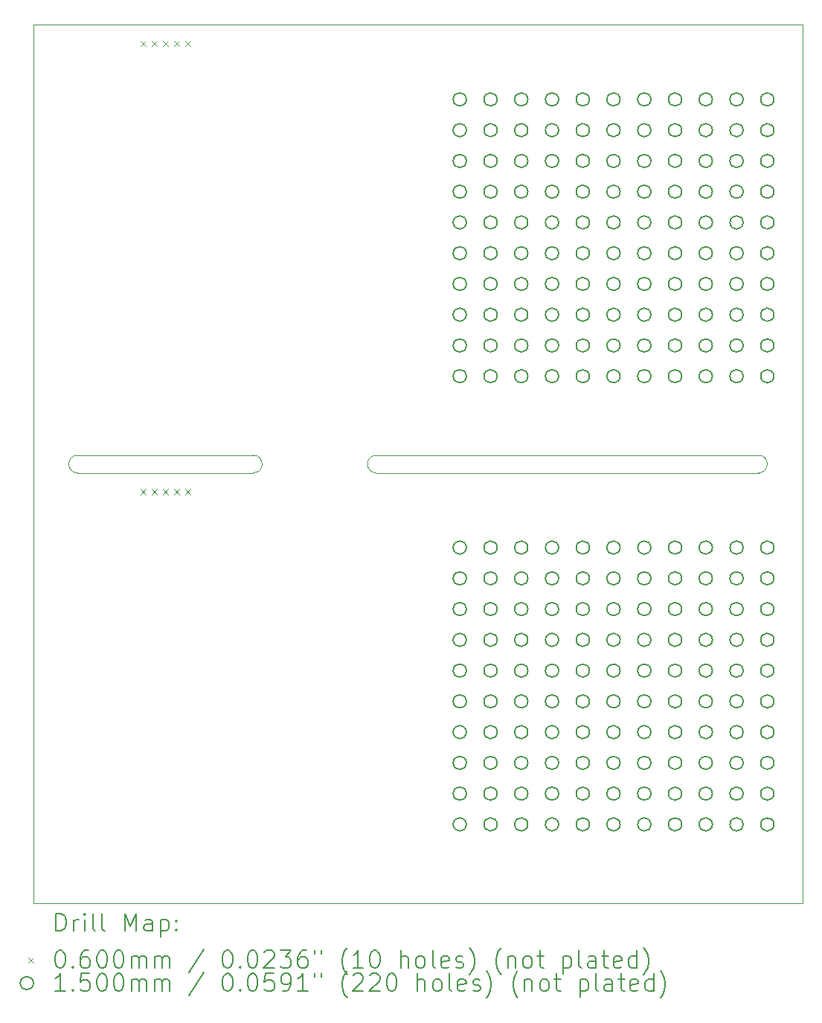
<source format=gbr>
%TF.GenerationSoftware,KiCad,Pcbnew,(6.0.9)*%
%TF.CreationDate,2023-02-03T02:11:28-05:00*%
%TF.ProjectId,businesscard_panel,62757369-6e65-4737-9363-6172645f7061,rev?*%
%TF.SameCoordinates,Original*%
%TF.FileFunction,Drillmap*%
%TF.FilePolarity,Positive*%
%FSLAX45Y45*%
G04 Gerber Fmt 4.5, Leading zero omitted, Abs format (unit mm)*
G04 Created by KiCad (PCBNEW (6.0.9)) date 2023-02-03 02:11:28*
%MOMM*%
%LPD*%
G01*
G04 APERTURE LIST*
%ADD10C,0.050000*%
%ADD11C,0.200000*%
%ADD12C,0.060000*%
%ADD13C,0.150000*%
G04 APERTURE END LIST*
D10*
X18750000Y-5000000D02*
X10000000Y-5000000D01*
X10000000Y-5000000D02*
X10000000Y-15000000D01*
X10000000Y-15000000D02*
X18750000Y-15000000D01*
X18750000Y-15000000D02*
X18750000Y-5000000D01*
X10500000Y-10100000D02*
X12500001Y-10100000D01*
X18250002Y-10100000D02*
G75*
G03*
X18250002Y-9900000I-2J100000D01*
G01*
X13900000Y-9900000D02*
G75*
G03*
X13900000Y-10100000I0J-100000D01*
G01*
X12500001Y-9900000D02*
X10500000Y-9900000D01*
X18250002Y-9900000D02*
X13900000Y-9900000D01*
X13900000Y-10100000D02*
X18250002Y-10100000D01*
X12500001Y-10100000D02*
G75*
G03*
X12500001Y-9900000I-1J100000D01*
G01*
X10500000Y-9900000D02*
G75*
G03*
X10500000Y-10100000I0J-100000D01*
G01*
D11*
D12*
X11216000Y-5185500D02*
X11276000Y-5245500D01*
X11276000Y-5185500D02*
X11216000Y-5245500D01*
X11216000Y-10285500D02*
X11276000Y-10345500D01*
X11276000Y-10285500D02*
X11216000Y-10345500D01*
X11343000Y-5185500D02*
X11403000Y-5245500D01*
X11403000Y-5185500D02*
X11343000Y-5245500D01*
X11343000Y-10285500D02*
X11403000Y-10345500D01*
X11403000Y-10285500D02*
X11343000Y-10345500D01*
X11470000Y-5185500D02*
X11530000Y-5245500D01*
X11530000Y-5185500D02*
X11470000Y-5245500D01*
X11470000Y-10285500D02*
X11530000Y-10345500D01*
X11530000Y-10285500D02*
X11470000Y-10345500D01*
X11597000Y-5185500D02*
X11657000Y-5245500D01*
X11657000Y-5185500D02*
X11597000Y-5245500D01*
X11597000Y-10285500D02*
X11657000Y-10345500D01*
X11657000Y-10285500D02*
X11597000Y-10345500D01*
X11724000Y-5185500D02*
X11784000Y-5245500D01*
X11784000Y-5185500D02*
X11724000Y-5245500D01*
X11724000Y-10285500D02*
X11784000Y-10345500D01*
X11784000Y-10285500D02*
X11724000Y-10345500D01*
D13*
X14925000Y-5850000D02*
G75*
G03*
X14925000Y-5850000I-75000J0D01*
G01*
X14925000Y-6200000D02*
G75*
G03*
X14925000Y-6200000I-75000J0D01*
G01*
X14925000Y-6550000D02*
G75*
G03*
X14925000Y-6550000I-75000J0D01*
G01*
X14925000Y-6900000D02*
G75*
G03*
X14925000Y-6900000I-75000J0D01*
G01*
X14925000Y-7250000D02*
G75*
G03*
X14925000Y-7250000I-75000J0D01*
G01*
X14925000Y-7600000D02*
G75*
G03*
X14925000Y-7600000I-75000J0D01*
G01*
X14925000Y-7950000D02*
G75*
G03*
X14925000Y-7950000I-75000J0D01*
G01*
X14925000Y-8300000D02*
G75*
G03*
X14925000Y-8300000I-75000J0D01*
G01*
X14925000Y-8650000D02*
G75*
G03*
X14925000Y-8650000I-75000J0D01*
G01*
X14925000Y-9000000D02*
G75*
G03*
X14925000Y-9000000I-75000J0D01*
G01*
X14925000Y-10950000D02*
G75*
G03*
X14925000Y-10950000I-75000J0D01*
G01*
X14925000Y-11300000D02*
G75*
G03*
X14925000Y-11300000I-75000J0D01*
G01*
X14925000Y-11650000D02*
G75*
G03*
X14925000Y-11650000I-75000J0D01*
G01*
X14925000Y-12000000D02*
G75*
G03*
X14925000Y-12000000I-75000J0D01*
G01*
X14925000Y-12350000D02*
G75*
G03*
X14925000Y-12350000I-75000J0D01*
G01*
X14925000Y-12700000D02*
G75*
G03*
X14925000Y-12700000I-75000J0D01*
G01*
X14925000Y-13050000D02*
G75*
G03*
X14925000Y-13050000I-75000J0D01*
G01*
X14925000Y-13400000D02*
G75*
G03*
X14925000Y-13400000I-75000J0D01*
G01*
X14925000Y-13750000D02*
G75*
G03*
X14925000Y-13750000I-75000J0D01*
G01*
X14925000Y-14100000D02*
G75*
G03*
X14925000Y-14100000I-75000J0D01*
G01*
X15275000Y-5850000D02*
G75*
G03*
X15275000Y-5850000I-75000J0D01*
G01*
X15275000Y-6200000D02*
G75*
G03*
X15275000Y-6200000I-75000J0D01*
G01*
X15275000Y-6550000D02*
G75*
G03*
X15275000Y-6550000I-75000J0D01*
G01*
X15275000Y-6900000D02*
G75*
G03*
X15275000Y-6900000I-75000J0D01*
G01*
X15275000Y-7250000D02*
G75*
G03*
X15275000Y-7250000I-75000J0D01*
G01*
X15275000Y-7600000D02*
G75*
G03*
X15275000Y-7600000I-75000J0D01*
G01*
X15275000Y-7950000D02*
G75*
G03*
X15275000Y-7950000I-75000J0D01*
G01*
X15275000Y-8300000D02*
G75*
G03*
X15275000Y-8300000I-75000J0D01*
G01*
X15275000Y-8650000D02*
G75*
G03*
X15275000Y-8650000I-75000J0D01*
G01*
X15275000Y-9000000D02*
G75*
G03*
X15275000Y-9000000I-75000J0D01*
G01*
X15275000Y-10950000D02*
G75*
G03*
X15275000Y-10950000I-75000J0D01*
G01*
X15275000Y-11300000D02*
G75*
G03*
X15275000Y-11300000I-75000J0D01*
G01*
X15275000Y-11650000D02*
G75*
G03*
X15275000Y-11650000I-75000J0D01*
G01*
X15275000Y-12000000D02*
G75*
G03*
X15275000Y-12000000I-75000J0D01*
G01*
X15275000Y-12350000D02*
G75*
G03*
X15275000Y-12350000I-75000J0D01*
G01*
X15275000Y-12700000D02*
G75*
G03*
X15275000Y-12700000I-75000J0D01*
G01*
X15275000Y-13050000D02*
G75*
G03*
X15275000Y-13050000I-75000J0D01*
G01*
X15275000Y-13400000D02*
G75*
G03*
X15275000Y-13400000I-75000J0D01*
G01*
X15275000Y-13750000D02*
G75*
G03*
X15275000Y-13750000I-75000J0D01*
G01*
X15275000Y-14100000D02*
G75*
G03*
X15275000Y-14100000I-75000J0D01*
G01*
X15625000Y-5850000D02*
G75*
G03*
X15625000Y-5850000I-75000J0D01*
G01*
X15625000Y-6200000D02*
G75*
G03*
X15625000Y-6200000I-75000J0D01*
G01*
X15625000Y-6550000D02*
G75*
G03*
X15625000Y-6550000I-75000J0D01*
G01*
X15625000Y-6900000D02*
G75*
G03*
X15625000Y-6900000I-75000J0D01*
G01*
X15625000Y-7250000D02*
G75*
G03*
X15625000Y-7250000I-75000J0D01*
G01*
X15625000Y-7600000D02*
G75*
G03*
X15625000Y-7600000I-75000J0D01*
G01*
X15625000Y-7950000D02*
G75*
G03*
X15625000Y-7950000I-75000J0D01*
G01*
X15625000Y-8300000D02*
G75*
G03*
X15625000Y-8300000I-75000J0D01*
G01*
X15625000Y-8650000D02*
G75*
G03*
X15625000Y-8650000I-75000J0D01*
G01*
X15625000Y-9000000D02*
G75*
G03*
X15625000Y-9000000I-75000J0D01*
G01*
X15625000Y-10950000D02*
G75*
G03*
X15625000Y-10950000I-75000J0D01*
G01*
X15625000Y-11300000D02*
G75*
G03*
X15625000Y-11300000I-75000J0D01*
G01*
X15625000Y-11650000D02*
G75*
G03*
X15625000Y-11650000I-75000J0D01*
G01*
X15625000Y-12000000D02*
G75*
G03*
X15625000Y-12000000I-75000J0D01*
G01*
X15625000Y-12350000D02*
G75*
G03*
X15625000Y-12350000I-75000J0D01*
G01*
X15625000Y-12700000D02*
G75*
G03*
X15625000Y-12700000I-75000J0D01*
G01*
X15625000Y-13050000D02*
G75*
G03*
X15625000Y-13050000I-75000J0D01*
G01*
X15625000Y-13400000D02*
G75*
G03*
X15625000Y-13400000I-75000J0D01*
G01*
X15625000Y-13750000D02*
G75*
G03*
X15625000Y-13750000I-75000J0D01*
G01*
X15625000Y-14100000D02*
G75*
G03*
X15625000Y-14100000I-75000J0D01*
G01*
X15975000Y-5850000D02*
G75*
G03*
X15975000Y-5850000I-75000J0D01*
G01*
X15975000Y-6200000D02*
G75*
G03*
X15975000Y-6200000I-75000J0D01*
G01*
X15975000Y-6550000D02*
G75*
G03*
X15975000Y-6550000I-75000J0D01*
G01*
X15975000Y-6900000D02*
G75*
G03*
X15975000Y-6900000I-75000J0D01*
G01*
X15975000Y-7250000D02*
G75*
G03*
X15975000Y-7250000I-75000J0D01*
G01*
X15975000Y-7600000D02*
G75*
G03*
X15975000Y-7600000I-75000J0D01*
G01*
X15975000Y-7950000D02*
G75*
G03*
X15975000Y-7950000I-75000J0D01*
G01*
X15975000Y-8300000D02*
G75*
G03*
X15975000Y-8300000I-75000J0D01*
G01*
X15975000Y-8650000D02*
G75*
G03*
X15975000Y-8650000I-75000J0D01*
G01*
X15975000Y-9000000D02*
G75*
G03*
X15975000Y-9000000I-75000J0D01*
G01*
X15975000Y-10950000D02*
G75*
G03*
X15975000Y-10950000I-75000J0D01*
G01*
X15975000Y-11300000D02*
G75*
G03*
X15975000Y-11300000I-75000J0D01*
G01*
X15975000Y-11650000D02*
G75*
G03*
X15975000Y-11650000I-75000J0D01*
G01*
X15975000Y-12000000D02*
G75*
G03*
X15975000Y-12000000I-75000J0D01*
G01*
X15975000Y-12350000D02*
G75*
G03*
X15975000Y-12350000I-75000J0D01*
G01*
X15975000Y-12700000D02*
G75*
G03*
X15975000Y-12700000I-75000J0D01*
G01*
X15975000Y-13050000D02*
G75*
G03*
X15975000Y-13050000I-75000J0D01*
G01*
X15975000Y-13400000D02*
G75*
G03*
X15975000Y-13400000I-75000J0D01*
G01*
X15975000Y-13750000D02*
G75*
G03*
X15975000Y-13750000I-75000J0D01*
G01*
X15975000Y-14100000D02*
G75*
G03*
X15975000Y-14100000I-75000J0D01*
G01*
X16325000Y-5850000D02*
G75*
G03*
X16325000Y-5850000I-75000J0D01*
G01*
X16325000Y-6200000D02*
G75*
G03*
X16325000Y-6200000I-75000J0D01*
G01*
X16325000Y-6550000D02*
G75*
G03*
X16325000Y-6550000I-75000J0D01*
G01*
X16325000Y-6900000D02*
G75*
G03*
X16325000Y-6900000I-75000J0D01*
G01*
X16325000Y-7250000D02*
G75*
G03*
X16325000Y-7250000I-75000J0D01*
G01*
X16325000Y-7600000D02*
G75*
G03*
X16325000Y-7600000I-75000J0D01*
G01*
X16325000Y-7950000D02*
G75*
G03*
X16325000Y-7950000I-75000J0D01*
G01*
X16325000Y-8300000D02*
G75*
G03*
X16325000Y-8300000I-75000J0D01*
G01*
X16325000Y-8650000D02*
G75*
G03*
X16325000Y-8650000I-75000J0D01*
G01*
X16325000Y-9000000D02*
G75*
G03*
X16325000Y-9000000I-75000J0D01*
G01*
X16325000Y-10950000D02*
G75*
G03*
X16325000Y-10950000I-75000J0D01*
G01*
X16325000Y-11300000D02*
G75*
G03*
X16325000Y-11300000I-75000J0D01*
G01*
X16325000Y-11650000D02*
G75*
G03*
X16325000Y-11650000I-75000J0D01*
G01*
X16325000Y-12000000D02*
G75*
G03*
X16325000Y-12000000I-75000J0D01*
G01*
X16325000Y-12350000D02*
G75*
G03*
X16325000Y-12350000I-75000J0D01*
G01*
X16325000Y-12700000D02*
G75*
G03*
X16325000Y-12700000I-75000J0D01*
G01*
X16325000Y-13050000D02*
G75*
G03*
X16325000Y-13050000I-75000J0D01*
G01*
X16325000Y-13400000D02*
G75*
G03*
X16325000Y-13400000I-75000J0D01*
G01*
X16325000Y-13750000D02*
G75*
G03*
X16325000Y-13750000I-75000J0D01*
G01*
X16325000Y-14100000D02*
G75*
G03*
X16325000Y-14100000I-75000J0D01*
G01*
X16675000Y-5850000D02*
G75*
G03*
X16675000Y-5850000I-75000J0D01*
G01*
X16675000Y-6200000D02*
G75*
G03*
X16675000Y-6200000I-75000J0D01*
G01*
X16675000Y-6550000D02*
G75*
G03*
X16675000Y-6550000I-75000J0D01*
G01*
X16675000Y-6900000D02*
G75*
G03*
X16675000Y-6900000I-75000J0D01*
G01*
X16675000Y-7250000D02*
G75*
G03*
X16675000Y-7250000I-75000J0D01*
G01*
X16675000Y-7600000D02*
G75*
G03*
X16675000Y-7600000I-75000J0D01*
G01*
X16675000Y-7950000D02*
G75*
G03*
X16675000Y-7950000I-75000J0D01*
G01*
X16675000Y-8300000D02*
G75*
G03*
X16675000Y-8300000I-75000J0D01*
G01*
X16675000Y-8650000D02*
G75*
G03*
X16675000Y-8650000I-75000J0D01*
G01*
X16675000Y-9000000D02*
G75*
G03*
X16675000Y-9000000I-75000J0D01*
G01*
X16675000Y-10950000D02*
G75*
G03*
X16675000Y-10950000I-75000J0D01*
G01*
X16675000Y-11300000D02*
G75*
G03*
X16675000Y-11300000I-75000J0D01*
G01*
X16675000Y-11650000D02*
G75*
G03*
X16675000Y-11650000I-75000J0D01*
G01*
X16675000Y-12000000D02*
G75*
G03*
X16675000Y-12000000I-75000J0D01*
G01*
X16675000Y-12350000D02*
G75*
G03*
X16675000Y-12350000I-75000J0D01*
G01*
X16675000Y-12700000D02*
G75*
G03*
X16675000Y-12700000I-75000J0D01*
G01*
X16675000Y-13050000D02*
G75*
G03*
X16675000Y-13050000I-75000J0D01*
G01*
X16675000Y-13400000D02*
G75*
G03*
X16675000Y-13400000I-75000J0D01*
G01*
X16675000Y-13750000D02*
G75*
G03*
X16675000Y-13750000I-75000J0D01*
G01*
X16675000Y-14100000D02*
G75*
G03*
X16675000Y-14100000I-75000J0D01*
G01*
X17025000Y-5850000D02*
G75*
G03*
X17025000Y-5850000I-75000J0D01*
G01*
X17025000Y-6200000D02*
G75*
G03*
X17025000Y-6200000I-75000J0D01*
G01*
X17025000Y-6550000D02*
G75*
G03*
X17025000Y-6550000I-75000J0D01*
G01*
X17025000Y-6900000D02*
G75*
G03*
X17025000Y-6900000I-75000J0D01*
G01*
X17025000Y-7250000D02*
G75*
G03*
X17025000Y-7250000I-75000J0D01*
G01*
X17025000Y-7600000D02*
G75*
G03*
X17025000Y-7600000I-75000J0D01*
G01*
X17025000Y-7950000D02*
G75*
G03*
X17025000Y-7950000I-75000J0D01*
G01*
X17025000Y-8300000D02*
G75*
G03*
X17025000Y-8300000I-75000J0D01*
G01*
X17025000Y-8650000D02*
G75*
G03*
X17025000Y-8650000I-75000J0D01*
G01*
X17025000Y-9000000D02*
G75*
G03*
X17025000Y-9000000I-75000J0D01*
G01*
X17025000Y-10950000D02*
G75*
G03*
X17025000Y-10950000I-75000J0D01*
G01*
X17025000Y-11300000D02*
G75*
G03*
X17025000Y-11300000I-75000J0D01*
G01*
X17025000Y-11650000D02*
G75*
G03*
X17025000Y-11650000I-75000J0D01*
G01*
X17025000Y-12000000D02*
G75*
G03*
X17025000Y-12000000I-75000J0D01*
G01*
X17025000Y-12350000D02*
G75*
G03*
X17025000Y-12350000I-75000J0D01*
G01*
X17025000Y-12700000D02*
G75*
G03*
X17025000Y-12700000I-75000J0D01*
G01*
X17025000Y-13050000D02*
G75*
G03*
X17025000Y-13050000I-75000J0D01*
G01*
X17025000Y-13400000D02*
G75*
G03*
X17025000Y-13400000I-75000J0D01*
G01*
X17025000Y-13750000D02*
G75*
G03*
X17025000Y-13750000I-75000J0D01*
G01*
X17025000Y-14100000D02*
G75*
G03*
X17025000Y-14100000I-75000J0D01*
G01*
X17375000Y-5850000D02*
G75*
G03*
X17375000Y-5850000I-75000J0D01*
G01*
X17375000Y-6200000D02*
G75*
G03*
X17375000Y-6200000I-75000J0D01*
G01*
X17375000Y-6550000D02*
G75*
G03*
X17375000Y-6550000I-75000J0D01*
G01*
X17375000Y-6900000D02*
G75*
G03*
X17375000Y-6900000I-75000J0D01*
G01*
X17375000Y-7250000D02*
G75*
G03*
X17375000Y-7250000I-75000J0D01*
G01*
X17375000Y-7600000D02*
G75*
G03*
X17375000Y-7600000I-75000J0D01*
G01*
X17375000Y-7950000D02*
G75*
G03*
X17375000Y-7950000I-75000J0D01*
G01*
X17375000Y-8300000D02*
G75*
G03*
X17375000Y-8300000I-75000J0D01*
G01*
X17375000Y-8650000D02*
G75*
G03*
X17375000Y-8650000I-75000J0D01*
G01*
X17375000Y-9000000D02*
G75*
G03*
X17375000Y-9000000I-75000J0D01*
G01*
X17375000Y-10950000D02*
G75*
G03*
X17375000Y-10950000I-75000J0D01*
G01*
X17375000Y-11300000D02*
G75*
G03*
X17375000Y-11300000I-75000J0D01*
G01*
X17375000Y-11650000D02*
G75*
G03*
X17375000Y-11650000I-75000J0D01*
G01*
X17375000Y-12000000D02*
G75*
G03*
X17375000Y-12000000I-75000J0D01*
G01*
X17375000Y-12350000D02*
G75*
G03*
X17375000Y-12350000I-75000J0D01*
G01*
X17375000Y-12700000D02*
G75*
G03*
X17375000Y-12700000I-75000J0D01*
G01*
X17375000Y-13050000D02*
G75*
G03*
X17375000Y-13050000I-75000J0D01*
G01*
X17375000Y-13400000D02*
G75*
G03*
X17375000Y-13400000I-75000J0D01*
G01*
X17375000Y-13750000D02*
G75*
G03*
X17375000Y-13750000I-75000J0D01*
G01*
X17375000Y-14100000D02*
G75*
G03*
X17375000Y-14100000I-75000J0D01*
G01*
X17725000Y-5850000D02*
G75*
G03*
X17725000Y-5850000I-75000J0D01*
G01*
X17725000Y-6200000D02*
G75*
G03*
X17725000Y-6200000I-75000J0D01*
G01*
X17725000Y-6550000D02*
G75*
G03*
X17725000Y-6550000I-75000J0D01*
G01*
X17725000Y-6900000D02*
G75*
G03*
X17725000Y-6900000I-75000J0D01*
G01*
X17725000Y-7250000D02*
G75*
G03*
X17725000Y-7250000I-75000J0D01*
G01*
X17725000Y-7600000D02*
G75*
G03*
X17725000Y-7600000I-75000J0D01*
G01*
X17725000Y-7950000D02*
G75*
G03*
X17725000Y-7950000I-75000J0D01*
G01*
X17725000Y-8300000D02*
G75*
G03*
X17725000Y-8300000I-75000J0D01*
G01*
X17725000Y-8650000D02*
G75*
G03*
X17725000Y-8650000I-75000J0D01*
G01*
X17725000Y-9000000D02*
G75*
G03*
X17725000Y-9000000I-75000J0D01*
G01*
X17725000Y-10950000D02*
G75*
G03*
X17725000Y-10950000I-75000J0D01*
G01*
X17725000Y-11300000D02*
G75*
G03*
X17725000Y-11300000I-75000J0D01*
G01*
X17725000Y-11650000D02*
G75*
G03*
X17725000Y-11650000I-75000J0D01*
G01*
X17725000Y-12000000D02*
G75*
G03*
X17725000Y-12000000I-75000J0D01*
G01*
X17725000Y-12350000D02*
G75*
G03*
X17725000Y-12350000I-75000J0D01*
G01*
X17725000Y-12700000D02*
G75*
G03*
X17725000Y-12700000I-75000J0D01*
G01*
X17725000Y-13050000D02*
G75*
G03*
X17725000Y-13050000I-75000J0D01*
G01*
X17725000Y-13400000D02*
G75*
G03*
X17725000Y-13400000I-75000J0D01*
G01*
X17725000Y-13750000D02*
G75*
G03*
X17725000Y-13750000I-75000J0D01*
G01*
X17725000Y-14100000D02*
G75*
G03*
X17725000Y-14100000I-75000J0D01*
G01*
X18075000Y-5850000D02*
G75*
G03*
X18075000Y-5850000I-75000J0D01*
G01*
X18075000Y-6200000D02*
G75*
G03*
X18075000Y-6200000I-75000J0D01*
G01*
X18075000Y-6550000D02*
G75*
G03*
X18075000Y-6550000I-75000J0D01*
G01*
X18075000Y-6900000D02*
G75*
G03*
X18075000Y-6900000I-75000J0D01*
G01*
X18075000Y-7250000D02*
G75*
G03*
X18075000Y-7250000I-75000J0D01*
G01*
X18075000Y-7600000D02*
G75*
G03*
X18075000Y-7600000I-75000J0D01*
G01*
X18075000Y-7950000D02*
G75*
G03*
X18075000Y-7950000I-75000J0D01*
G01*
X18075000Y-8300000D02*
G75*
G03*
X18075000Y-8300000I-75000J0D01*
G01*
X18075000Y-8650000D02*
G75*
G03*
X18075000Y-8650000I-75000J0D01*
G01*
X18075000Y-9000000D02*
G75*
G03*
X18075000Y-9000000I-75000J0D01*
G01*
X18075000Y-10950000D02*
G75*
G03*
X18075000Y-10950000I-75000J0D01*
G01*
X18075000Y-11300000D02*
G75*
G03*
X18075000Y-11300000I-75000J0D01*
G01*
X18075000Y-11650000D02*
G75*
G03*
X18075000Y-11650000I-75000J0D01*
G01*
X18075000Y-12000000D02*
G75*
G03*
X18075000Y-12000000I-75000J0D01*
G01*
X18075000Y-12350000D02*
G75*
G03*
X18075000Y-12350000I-75000J0D01*
G01*
X18075000Y-12700000D02*
G75*
G03*
X18075000Y-12700000I-75000J0D01*
G01*
X18075000Y-13050000D02*
G75*
G03*
X18075000Y-13050000I-75000J0D01*
G01*
X18075000Y-13400000D02*
G75*
G03*
X18075000Y-13400000I-75000J0D01*
G01*
X18075000Y-13750000D02*
G75*
G03*
X18075000Y-13750000I-75000J0D01*
G01*
X18075000Y-14100000D02*
G75*
G03*
X18075000Y-14100000I-75000J0D01*
G01*
X18425000Y-5850000D02*
G75*
G03*
X18425000Y-5850000I-75000J0D01*
G01*
X18425000Y-6200000D02*
G75*
G03*
X18425000Y-6200000I-75000J0D01*
G01*
X18425000Y-6550000D02*
G75*
G03*
X18425000Y-6550000I-75000J0D01*
G01*
X18425000Y-6900000D02*
G75*
G03*
X18425000Y-6900000I-75000J0D01*
G01*
X18425000Y-7250000D02*
G75*
G03*
X18425000Y-7250000I-75000J0D01*
G01*
X18425000Y-7600000D02*
G75*
G03*
X18425000Y-7600000I-75000J0D01*
G01*
X18425000Y-7950000D02*
G75*
G03*
X18425000Y-7950000I-75000J0D01*
G01*
X18425000Y-8300000D02*
G75*
G03*
X18425000Y-8300000I-75000J0D01*
G01*
X18425000Y-8650000D02*
G75*
G03*
X18425000Y-8650000I-75000J0D01*
G01*
X18425000Y-9000000D02*
G75*
G03*
X18425000Y-9000000I-75000J0D01*
G01*
X18425000Y-10950000D02*
G75*
G03*
X18425000Y-10950000I-75000J0D01*
G01*
X18425000Y-11300000D02*
G75*
G03*
X18425000Y-11300000I-75000J0D01*
G01*
X18425000Y-11650000D02*
G75*
G03*
X18425000Y-11650000I-75000J0D01*
G01*
X18425000Y-12000000D02*
G75*
G03*
X18425000Y-12000000I-75000J0D01*
G01*
X18425000Y-12350000D02*
G75*
G03*
X18425000Y-12350000I-75000J0D01*
G01*
X18425000Y-12700000D02*
G75*
G03*
X18425000Y-12700000I-75000J0D01*
G01*
X18425000Y-13050000D02*
G75*
G03*
X18425000Y-13050000I-75000J0D01*
G01*
X18425000Y-13400000D02*
G75*
G03*
X18425000Y-13400000I-75000J0D01*
G01*
X18425000Y-13750000D02*
G75*
G03*
X18425000Y-13750000I-75000J0D01*
G01*
X18425000Y-14100000D02*
G75*
G03*
X18425000Y-14100000I-75000J0D01*
G01*
D11*
X10255119Y-15312976D02*
X10255119Y-15112976D01*
X10302738Y-15112976D01*
X10331310Y-15122500D01*
X10350357Y-15141548D01*
X10359881Y-15160595D01*
X10369405Y-15198690D01*
X10369405Y-15227262D01*
X10359881Y-15265357D01*
X10350357Y-15284405D01*
X10331310Y-15303452D01*
X10302738Y-15312976D01*
X10255119Y-15312976D01*
X10455119Y-15312976D02*
X10455119Y-15179643D01*
X10455119Y-15217738D02*
X10464643Y-15198690D01*
X10474167Y-15189167D01*
X10493214Y-15179643D01*
X10512262Y-15179643D01*
X10578929Y-15312976D02*
X10578929Y-15179643D01*
X10578929Y-15112976D02*
X10569405Y-15122500D01*
X10578929Y-15132024D01*
X10588452Y-15122500D01*
X10578929Y-15112976D01*
X10578929Y-15132024D01*
X10702738Y-15312976D02*
X10683690Y-15303452D01*
X10674167Y-15284405D01*
X10674167Y-15112976D01*
X10807500Y-15312976D02*
X10788452Y-15303452D01*
X10778929Y-15284405D01*
X10778929Y-15112976D01*
X11036071Y-15312976D02*
X11036071Y-15112976D01*
X11102738Y-15255833D01*
X11169405Y-15112976D01*
X11169405Y-15312976D01*
X11350357Y-15312976D02*
X11350357Y-15208214D01*
X11340833Y-15189167D01*
X11321786Y-15179643D01*
X11283690Y-15179643D01*
X11264643Y-15189167D01*
X11350357Y-15303452D02*
X11331309Y-15312976D01*
X11283690Y-15312976D01*
X11264643Y-15303452D01*
X11255119Y-15284405D01*
X11255119Y-15265357D01*
X11264643Y-15246309D01*
X11283690Y-15236786D01*
X11331309Y-15236786D01*
X11350357Y-15227262D01*
X11445595Y-15179643D02*
X11445595Y-15379643D01*
X11445595Y-15189167D02*
X11464643Y-15179643D01*
X11502738Y-15179643D01*
X11521786Y-15189167D01*
X11531309Y-15198690D01*
X11540833Y-15217738D01*
X11540833Y-15274881D01*
X11531309Y-15293928D01*
X11521786Y-15303452D01*
X11502738Y-15312976D01*
X11464643Y-15312976D01*
X11445595Y-15303452D01*
X11626548Y-15293928D02*
X11636071Y-15303452D01*
X11626548Y-15312976D01*
X11617024Y-15303452D01*
X11626548Y-15293928D01*
X11626548Y-15312976D01*
X11626548Y-15189167D02*
X11636071Y-15198690D01*
X11626548Y-15208214D01*
X11617024Y-15198690D01*
X11626548Y-15189167D01*
X11626548Y-15208214D01*
D12*
X9937500Y-15612500D02*
X9997500Y-15672500D01*
X9997500Y-15612500D02*
X9937500Y-15672500D01*
D11*
X10293214Y-15532976D02*
X10312262Y-15532976D01*
X10331310Y-15542500D01*
X10340833Y-15552024D01*
X10350357Y-15571071D01*
X10359881Y-15609167D01*
X10359881Y-15656786D01*
X10350357Y-15694881D01*
X10340833Y-15713928D01*
X10331310Y-15723452D01*
X10312262Y-15732976D01*
X10293214Y-15732976D01*
X10274167Y-15723452D01*
X10264643Y-15713928D01*
X10255119Y-15694881D01*
X10245595Y-15656786D01*
X10245595Y-15609167D01*
X10255119Y-15571071D01*
X10264643Y-15552024D01*
X10274167Y-15542500D01*
X10293214Y-15532976D01*
X10445595Y-15713928D02*
X10455119Y-15723452D01*
X10445595Y-15732976D01*
X10436071Y-15723452D01*
X10445595Y-15713928D01*
X10445595Y-15732976D01*
X10626548Y-15532976D02*
X10588452Y-15532976D01*
X10569405Y-15542500D01*
X10559881Y-15552024D01*
X10540833Y-15580595D01*
X10531310Y-15618690D01*
X10531310Y-15694881D01*
X10540833Y-15713928D01*
X10550357Y-15723452D01*
X10569405Y-15732976D01*
X10607500Y-15732976D01*
X10626548Y-15723452D01*
X10636071Y-15713928D01*
X10645595Y-15694881D01*
X10645595Y-15647262D01*
X10636071Y-15628214D01*
X10626548Y-15618690D01*
X10607500Y-15609167D01*
X10569405Y-15609167D01*
X10550357Y-15618690D01*
X10540833Y-15628214D01*
X10531310Y-15647262D01*
X10769405Y-15532976D02*
X10788452Y-15532976D01*
X10807500Y-15542500D01*
X10817024Y-15552024D01*
X10826548Y-15571071D01*
X10836071Y-15609167D01*
X10836071Y-15656786D01*
X10826548Y-15694881D01*
X10817024Y-15713928D01*
X10807500Y-15723452D01*
X10788452Y-15732976D01*
X10769405Y-15732976D01*
X10750357Y-15723452D01*
X10740833Y-15713928D01*
X10731310Y-15694881D01*
X10721786Y-15656786D01*
X10721786Y-15609167D01*
X10731310Y-15571071D01*
X10740833Y-15552024D01*
X10750357Y-15542500D01*
X10769405Y-15532976D01*
X10959881Y-15532976D02*
X10978929Y-15532976D01*
X10997976Y-15542500D01*
X11007500Y-15552024D01*
X11017024Y-15571071D01*
X11026548Y-15609167D01*
X11026548Y-15656786D01*
X11017024Y-15694881D01*
X11007500Y-15713928D01*
X10997976Y-15723452D01*
X10978929Y-15732976D01*
X10959881Y-15732976D01*
X10940833Y-15723452D01*
X10931310Y-15713928D01*
X10921786Y-15694881D01*
X10912262Y-15656786D01*
X10912262Y-15609167D01*
X10921786Y-15571071D01*
X10931310Y-15552024D01*
X10940833Y-15542500D01*
X10959881Y-15532976D01*
X11112262Y-15732976D02*
X11112262Y-15599643D01*
X11112262Y-15618690D02*
X11121786Y-15609167D01*
X11140833Y-15599643D01*
X11169405Y-15599643D01*
X11188452Y-15609167D01*
X11197976Y-15628214D01*
X11197976Y-15732976D01*
X11197976Y-15628214D02*
X11207500Y-15609167D01*
X11226548Y-15599643D01*
X11255119Y-15599643D01*
X11274167Y-15609167D01*
X11283690Y-15628214D01*
X11283690Y-15732976D01*
X11378928Y-15732976D02*
X11378928Y-15599643D01*
X11378928Y-15618690D02*
X11388452Y-15609167D01*
X11407500Y-15599643D01*
X11436071Y-15599643D01*
X11455119Y-15609167D01*
X11464643Y-15628214D01*
X11464643Y-15732976D01*
X11464643Y-15628214D02*
X11474167Y-15609167D01*
X11493214Y-15599643D01*
X11521786Y-15599643D01*
X11540833Y-15609167D01*
X11550357Y-15628214D01*
X11550357Y-15732976D01*
X11940833Y-15523452D02*
X11769405Y-15780595D01*
X12197976Y-15532976D02*
X12217024Y-15532976D01*
X12236071Y-15542500D01*
X12245595Y-15552024D01*
X12255119Y-15571071D01*
X12264643Y-15609167D01*
X12264643Y-15656786D01*
X12255119Y-15694881D01*
X12245595Y-15713928D01*
X12236071Y-15723452D01*
X12217024Y-15732976D01*
X12197976Y-15732976D01*
X12178928Y-15723452D01*
X12169405Y-15713928D01*
X12159881Y-15694881D01*
X12150357Y-15656786D01*
X12150357Y-15609167D01*
X12159881Y-15571071D01*
X12169405Y-15552024D01*
X12178928Y-15542500D01*
X12197976Y-15532976D01*
X12350357Y-15713928D02*
X12359881Y-15723452D01*
X12350357Y-15732976D01*
X12340833Y-15723452D01*
X12350357Y-15713928D01*
X12350357Y-15732976D01*
X12483690Y-15532976D02*
X12502738Y-15532976D01*
X12521786Y-15542500D01*
X12531309Y-15552024D01*
X12540833Y-15571071D01*
X12550357Y-15609167D01*
X12550357Y-15656786D01*
X12540833Y-15694881D01*
X12531309Y-15713928D01*
X12521786Y-15723452D01*
X12502738Y-15732976D01*
X12483690Y-15732976D01*
X12464643Y-15723452D01*
X12455119Y-15713928D01*
X12445595Y-15694881D01*
X12436071Y-15656786D01*
X12436071Y-15609167D01*
X12445595Y-15571071D01*
X12455119Y-15552024D01*
X12464643Y-15542500D01*
X12483690Y-15532976D01*
X12626548Y-15552024D02*
X12636071Y-15542500D01*
X12655119Y-15532976D01*
X12702738Y-15532976D01*
X12721786Y-15542500D01*
X12731309Y-15552024D01*
X12740833Y-15571071D01*
X12740833Y-15590119D01*
X12731309Y-15618690D01*
X12617024Y-15732976D01*
X12740833Y-15732976D01*
X12807500Y-15532976D02*
X12931309Y-15532976D01*
X12864643Y-15609167D01*
X12893214Y-15609167D01*
X12912262Y-15618690D01*
X12921786Y-15628214D01*
X12931309Y-15647262D01*
X12931309Y-15694881D01*
X12921786Y-15713928D01*
X12912262Y-15723452D01*
X12893214Y-15732976D01*
X12836071Y-15732976D01*
X12817024Y-15723452D01*
X12807500Y-15713928D01*
X13102738Y-15532976D02*
X13064643Y-15532976D01*
X13045595Y-15542500D01*
X13036071Y-15552024D01*
X13017024Y-15580595D01*
X13007500Y-15618690D01*
X13007500Y-15694881D01*
X13017024Y-15713928D01*
X13026548Y-15723452D01*
X13045595Y-15732976D01*
X13083690Y-15732976D01*
X13102738Y-15723452D01*
X13112262Y-15713928D01*
X13121786Y-15694881D01*
X13121786Y-15647262D01*
X13112262Y-15628214D01*
X13102738Y-15618690D01*
X13083690Y-15609167D01*
X13045595Y-15609167D01*
X13026548Y-15618690D01*
X13017024Y-15628214D01*
X13007500Y-15647262D01*
X13197976Y-15532976D02*
X13197976Y-15571071D01*
X13274167Y-15532976D02*
X13274167Y-15571071D01*
X13569405Y-15809167D02*
X13559881Y-15799643D01*
X13540833Y-15771071D01*
X13531309Y-15752024D01*
X13521786Y-15723452D01*
X13512262Y-15675833D01*
X13512262Y-15637738D01*
X13521786Y-15590119D01*
X13531309Y-15561548D01*
X13540833Y-15542500D01*
X13559881Y-15513928D01*
X13569405Y-15504405D01*
X13750357Y-15732976D02*
X13636071Y-15732976D01*
X13693214Y-15732976D02*
X13693214Y-15532976D01*
X13674167Y-15561548D01*
X13655119Y-15580595D01*
X13636071Y-15590119D01*
X13874167Y-15532976D02*
X13893214Y-15532976D01*
X13912262Y-15542500D01*
X13921786Y-15552024D01*
X13931309Y-15571071D01*
X13940833Y-15609167D01*
X13940833Y-15656786D01*
X13931309Y-15694881D01*
X13921786Y-15713928D01*
X13912262Y-15723452D01*
X13893214Y-15732976D01*
X13874167Y-15732976D01*
X13855119Y-15723452D01*
X13845595Y-15713928D01*
X13836071Y-15694881D01*
X13826548Y-15656786D01*
X13826548Y-15609167D01*
X13836071Y-15571071D01*
X13845595Y-15552024D01*
X13855119Y-15542500D01*
X13874167Y-15532976D01*
X14178928Y-15732976D02*
X14178928Y-15532976D01*
X14264643Y-15732976D02*
X14264643Y-15628214D01*
X14255119Y-15609167D01*
X14236071Y-15599643D01*
X14207500Y-15599643D01*
X14188452Y-15609167D01*
X14178928Y-15618690D01*
X14388452Y-15732976D02*
X14369405Y-15723452D01*
X14359881Y-15713928D01*
X14350357Y-15694881D01*
X14350357Y-15637738D01*
X14359881Y-15618690D01*
X14369405Y-15609167D01*
X14388452Y-15599643D01*
X14417024Y-15599643D01*
X14436071Y-15609167D01*
X14445595Y-15618690D01*
X14455119Y-15637738D01*
X14455119Y-15694881D01*
X14445595Y-15713928D01*
X14436071Y-15723452D01*
X14417024Y-15732976D01*
X14388452Y-15732976D01*
X14569405Y-15732976D02*
X14550357Y-15723452D01*
X14540833Y-15704405D01*
X14540833Y-15532976D01*
X14721786Y-15723452D02*
X14702738Y-15732976D01*
X14664643Y-15732976D01*
X14645595Y-15723452D01*
X14636071Y-15704405D01*
X14636071Y-15628214D01*
X14645595Y-15609167D01*
X14664643Y-15599643D01*
X14702738Y-15599643D01*
X14721786Y-15609167D01*
X14731309Y-15628214D01*
X14731309Y-15647262D01*
X14636071Y-15666309D01*
X14807500Y-15723452D02*
X14826548Y-15732976D01*
X14864643Y-15732976D01*
X14883690Y-15723452D01*
X14893214Y-15704405D01*
X14893214Y-15694881D01*
X14883690Y-15675833D01*
X14864643Y-15666309D01*
X14836071Y-15666309D01*
X14817024Y-15656786D01*
X14807500Y-15637738D01*
X14807500Y-15628214D01*
X14817024Y-15609167D01*
X14836071Y-15599643D01*
X14864643Y-15599643D01*
X14883690Y-15609167D01*
X14959881Y-15809167D02*
X14969405Y-15799643D01*
X14988452Y-15771071D01*
X14997976Y-15752024D01*
X15007500Y-15723452D01*
X15017024Y-15675833D01*
X15017024Y-15637738D01*
X15007500Y-15590119D01*
X14997976Y-15561548D01*
X14988452Y-15542500D01*
X14969405Y-15513928D01*
X14959881Y-15504405D01*
X15321786Y-15809167D02*
X15312262Y-15799643D01*
X15293214Y-15771071D01*
X15283690Y-15752024D01*
X15274167Y-15723452D01*
X15264643Y-15675833D01*
X15264643Y-15637738D01*
X15274167Y-15590119D01*
X15283690Y-15561548D01*
X15293214Y-15542500D01*
X15312262Y-15513928D01*
X15321786Y-15504405D01*
X15397976Y-15599643D02*
X15397976Y-15732976D01*
X15397976Y-15618690D02*
X15407500Y-15609167D01*
X15426548Y-15599643D01*
X15455119Y-15599643D01*
X15474167Y-15609167D01*
X15483690Y-15628214D01*
X15483690Y-15732976D01*
X15607500Y-15732976D02*
X15588452Y-15723452D01*
X15578928Y-15713928D01*
X15569405Y-15694881D01*
X15569405Y-15637738D01*
X15578928Y-15618690D01*
X15588452Y-15609167D01*
X15607500Y-15599643D01*
X15636071Y-15599643D01*
X15655119Y-15609167D01*
X15664643Y-15618690D01*
X15674167Y-15637738D01*
X15674167Y-15694881D01*
X15664643Y-15713928D01*
X15655119Y-15723452D01*
X15636071Y-15732976D01*
X15607500Y-15732976D01*
X15731309Y-15599643D02*
X15807500Y-15599643D01*
X15759881Y-15532976D02*
X15759881Y-15704405D01*
X15769405Y-15723452D01*
X15788452Y-15732976D01*
X15807500Y-15732976D01*
X16026548Y-15599643D02*
X16026548Y-15799643D01*
X16026548Y-15609167D02*
X16045595Y-15599643D01*
X16083690Y-15599643D01*
X16102738Y-15609167D01*
X16112262Y-15618690D01*
X16121786Y-15637738D01*
X16121786Y-15694881D01*
X16112262Y-15713928D01*
X16102738Y-15723452D01*
X16083690Y-15732976D01*
X16045595Y-15732976D01*
X16026548Y-15723452D01*
X16236071Y-15732976D02*
X16217024Y-15723452D01*
X16207500Y-15704405D01*
X16207500Y-15532976D01*
X16397976Y-15732976D02*
X16397976Y-15628214D01*
X16388452Y-15609167D01*
X16369405Y-15599643D01*
X16331309Y-15599643D01*
X16312262Y-15609167D01*
X16397976Y-15723452D02*
X16378928Y-15732976D01*
X16331309Y-15732976D01*
X16312262Y-15723452D01*
X16302738Y-15704405D01*
X16302738Y-15685357D01*
X16312262Y-15666309D01*
X16331309Y-15656786D01*
X16378928Y-15656786D01*
X16397976Y-15647262D01*
X16464643Y-15599643D02*
X16540833Y-15599643D01*
X16493214Y-15532976D02*
X16493214Y-15704405D01*
X16502738Y-15723452D01*
X16521786Y-15732976D01*
X16540833Y-15732976D01*
X16683690Y-15723452D02*
X16664643Y-15732976D01*
X16626548Y-15732976D01*
X16607500Y-15723452D01*
X16597976Y-15704405D01*
X16597976Y-15628214D01*
X16607500Y-15609167D01*
X16626548Y-15599643D01*
X16664643Y-15599643D01*
X16683690Y-15609167D01*
X16693214Y-15628214D01*
X16693214Y-15647262D01*
X16597976Y-15666309D01*
X16864643Y-15732976D02*
X16864643Y-15532976D01*
X16864643Y-15723452D02*
X16845595Y-15732976D01*
X16807500Y-15732976D01*
X16788452Y-15723452D01*
X16778929Y-15713928D01*
X16769405Y-15694881D01*
X16769405Y-15637738D01*
X16778929Y-15618690D01*
X16788452Y-15609167D01*
X16807500Y-15599643D01*
X16845595Y-15599643D01*
X16864643Y-15609167D01*
X16940833Y-15809167D02*
X16950357Y-15799643D01*
X16969405Y-15771071D01*
X16978929Y-15752024D01*
X16988452Y-15723452D01*
X16997976Y-15675833D01*
X16997976Y-15637738D01*
X16988452Y-15590119D01*
X16978929Y-15561548D01*
X16969405Y-15542500D01*
X16950357Y-15513928D01*
X16940833Y-15504405D01*
D13*
X9997500Y-15906500D02*
G75*
G03*
X9997500Y-15906500I-75000J0D01*
G01*
D11*
X10359881Y-15996976D02*
X10245595Y-15996976D01*
X10302738Y-15996976D02*
X10302738Y-15796976D01*
X10283690Y-15825548D01*
X10264643Y-15844595D01*
X10245595Y-15854119D01*
X10445595Y-15977928D02*
X10455119Y-15987452D01*
X10445595Y-15996976D01*
X10436071Y-15987452D01*
X10445595Y-15977928D01*
X10445595Y-15996976D01*
X10636071Y-15796976D02*
X10540833Y-15796976D01*
X10531310Y-15892214D01*
X10540833Y-15882690D01*
X10559881Y-15873167D01*
X10607500Y-15873167D01*
X10626548Y-15882690D01*
X10636071Y-15892214D01*
X10645595Y-15911262D01*
X10645595Y-15958881D01*
X10636071Y-15977928D01*
X10626548Y-15987452D01*
X10607500Y-15996976D01*
X10559881Y-15996976D01*
X10540833Y-15987452D01*
X10531310Y-15977928D01*
X10769405Y-15796976D02*
X10788452Y-15796976D01*
X10807500Y-15806500D01*
X10817024Y-15816024D01*
X10826548Y-15835071D01*
X10836071Y-15873167D01*
X10836071Y-15920786D01*
X10826548Y-15958881D01*
X10817024Y-15977928D01*
X10807500Y-15987452D01*
X10788452Y-15996976D01*
X10769405Y-15996976D01*
X10750357Y-15987452D01*
X10740833Y-15977928D01*
X10731310Y-15958881D01*
X10721786Y-15920786D01*
X10721786Y-15873167D01*
X10731310Y-15835071D01*
X10740833Y-15816024D01*
X10750357Y-15806500D01*
X10769405Y-15796976D01*
X10959881Y-15796976D02*
X10978929Y-15796976D01*
X10997976Y-15806500D01*
X11007500Y-15816024D01*
X11017024Y-15835071D01*
X11026548Y-15873167D01*
X11026548Y-15920786D01*
X11017024Y-15958881D01*
X11007500Y-15977928D01*
X10997976Y-15987452D01*
X10978929Y-15996976D01*
X10959881Y-15996976D01*
X10940833Y-15987452D01*
X10931310Y-15977928D01*
X10921786Y-15958881D01*
X10912262Y-15920786D01*
X10912262Y-15873167D01*
X10921786Y-15835071D01*
X10931310Y-15816024D01*
X10940833Y-15806500D01*
X10959881Y-15796976D01*
X11112262Y-15996976D02*
X11112262Y-15863643D01*
X11112262Y-15882690D02*
X11121786Y-15873167D01*
X11140833Y-15863643D01*
X11169405Y-15863643D01*
X11188452Y-15873167D01*
X11197976Y-15892214D01*
X11197976Y-15996976D01*
X11197976Y-15892214D02*
X11207500Y-15873167D01*
X11226548Y-15863643D01*
X11255119Y-15863643D01*
X11274167Y-15873167D01*
X11283690Y-15892214D01*
X11283690Y-15996976D01*
X11378928Y-15996976D02*
X11378928Y-15863643D01*
X11378928Y-15882690D02*
X11388452Y-15873167D01*
X11407500Y-15863643D01*
X11436071Y-15863643D01*
X11455119Y-15873167D01*
X11464643Y-15892214D01*
X11464643Y-15996976D01*
X11464643Y-15892214D02*
X11474167Y-15873167D01*
X11493214Y-15863643D01*
X11521786Y-15863643D01*
X11540833Y-15873167D01*
X11550357Y-15892214D01*
X11550357Y-15996976D01*
X11940833Y-15787452D02*
X11769405Y-16044595D01*
X12197976Y-15796976D02*
X12217024Y-15796976D01*
X12236071Y-15806500D01*
X12245595Y-15816024D01*
X12255119Y-15835071D01*
X12264643Y-15873167D01*
X12264643Y-15920786D01*
X12255119Y-15958881D01*
X12245595Y-15977928D01*
X12236071Y-15987452D01*
X12217024Y-15996976D01*
X12197976Y-15996976D01*
X12178928Y-15987452D01*
X12169405Y-15977928D01*
X12159881Y-15958881D01*
X12150357Y-15920786D01*
X12150357Y-15873167D01*
X12159881Y-15835071D01*
X12169405Y-15816024D01*
X12178928Y-15806500D01*
X12197976Y-15796976D01*
X12350357Y-15977928D02*
X12359881Y-15987452D01*
X12350357Y-15996976D01*
X12340833Y-15987452D01*
X12350357Y-15977928D01*
X12350357Y-15996976D01*
X12483690Y-15796976D02*
X12502738Y-15796976D01*
X12521786Y-15806500D01*
X12531309Y-15816024D01*
X12540833Y-15835071D01*
X12550357Y-15873167D01*
X12550357Y-15920786D01*
X12540833Y-15958881D01*
X12531309Y-15977928D01*
X12521786Y-15987452D01*
X12502738Y-15996976D01*
X12483690Y-15996976D01*
X12464643Y-15987452D01*
X12455119Y-15977928D01*
X12445595Y-15958881D01*
X12436071Y-15920786D01*
X12436071Y-15873167D01*
X12445595Y-15835071D01*
X12455119Y-15816024D01*
X12464643Y-15806500D01*
X12483690Y-15796976D01*
X12731309Y-15796976D02*
X12636071Y-15796976D01*
X12626548Y-15892214D01*
X12636071Y-15882690D01*
X12655119Y-15873167D01*
X12702738Y-15873167D01*
X12721786Y-15882690D01*
X12731309Y-15892214D01*
X12740833Y-15911262D01*
X12740833Y-15958881D01*
X12731309Y-15977928D01*
X12721786Y-15987452D01*
X12702738Y-15996976D01*
X12655119Y-15996976D01*
X12636071Y-15987452D01*
X12626548Y-15977928D01*
X12836071Y-15996976D02*
X12874167Y-15996976D01*
X12893214Y-15987452D01*
X12902738Y-15977928D01*
X12921786Y-15949357D01*
X12931309Y-15911262D01*
X12931309Y-15835071D01*
X12921786Y-15816024D01*
X12912262Y-15806500D01*
X12893214Y-15796976D01*
X12855119Y-15796976D01*
X12836071Y-15806500D01*
X12826548Y-15816024D01*
X12817024Y-15835071D01*
X12817024Y-15882690D01*
X12826548Y-15901738D01*
X12836071Y-15911262D01*
X12855119Y-15920786D01*
X12893214Y-15920786D01*
X12912262Y-15911262D01*
X12921786Y-15901738D01*
X12931309Y-15882690D01*
X13121786Y-15996976D02*
X13007500Y-15996976D01*
X13064643Y-15996976D02*
X13064643Y-15796976D01*
X13045595Y-15825548D01*
X13026548Y-15844595D01*
X13007500Y-15854119D01*
X13197976Y-15796976D02*
X13197976Y-15835071D01*
X13274167Y-15796976D02*
X13274167Y-15835071D01*
X13569405Y-16073167D02*
X13559881Y-16063643D01*
X13540833Y-16035071D01*
X13531309Y-16016024D01*
X13521786Y-15987452D01*
X13512262Y-15939833D01*
X13512262Y-15901738D01*
X13521786Y-15854119D01*
X13531309Y-15825548D01*
X13540833Y-15806500D01*
X13559881Y-15777928D01*
X13569405Y-15768405D01*
X13636071Y-15816024D02*
X13645595Y-15806500D01*
X13664643Y-15796976D01*
X13712262Y-15796976D01*
X13731309Y-15806500D01*
X13740833Y-15816024D01*
X13750357Y-15835071D01*
X13750357Y-15854119D01*
X13740833Y-15882690D01*
X13626548Y-15996976D01*
X13750357Y-15996976D01*
X13826548Y-15816024D02*
X13836071Y-15806500D01*
X13855119Y-15796976D01*
X13902738Y-15796976D01*
X13921786Y-15806500D01*
X13931309Y-15816024D01*
X13940833Y-15835071D01*
X13940833Y-15854119D01*
X13931309Y-15882690D01*
X13817024Y-15996976D01*
X13940833Y-15996976D01*
X14064643Y-15796976D02*
X14083690Y-15796976D01*
X14102738Y-15806500D01*
X14112262Y-15816024D01*
X14121786Y-15835071D01*
X14131309Y-15873167D01*
X14131309Y-15920786D01*
X14121786Y-15958881D01*
X14112262Y-15977928D01*
X14102738Y-15987452D01*
X14083690Y-15996976D01*
X14064643Y-15996976D01*
X14045595Y-15987452D01*
X14036071Y-15977928D01*
X14026548Y-15958881D01*
X14017024Y-15920786D01*
X14017024Y-15873167D01*
X14026548Y-15835071D01*
X14036071Y-15816024D01*
X14045595Y-15806500D01*
X14064643Y-15796976D01*
X14369405Y-15996976D02*
X14369405Y-15796976D01*
X14455119Y-15996976D02*
X14455119Y-15892214D01*
X14445595Y-15873167D01*
X14426548Y-15863643D01*
X14397976Y-15863643D01*
X14378928Y-15873167D01*
X14369405Y-15882690D01*
X14578928Y-15996976D02*
X14559881Y-15987452D01*
X14550357Y-15977928D01*
X14540833Y-15958881D01*
X14540833Y-15901738D01*
X14550357Y-15882690D01*
X14559881Y-15873167D01*
X14578928Y-15863643D01*
X14607500Y-15863643D01*
X14626548Y-15873167D01*
X14636071Y-15882690D01*
X14645595Y-15901738D01*
X14645595Y-15958881D01*
X14636071Y-15977928D01*
X14626548Y-15987452D01*
X14607500Y-15996976D01*
X14578928Y-15996976D01*
X14759881Y-15996976D02*
X14740833Y-15987452D01*
X14731309Y-15968405D01*
X14731309Y-15796976D01*
X14912262Y-15987452D02*
X14893214Y-15996976D01*
X14855119Y-15996976D01*
X14836071Y-15987452D01*
X14826548Y-15968405D01*
X14826548Y-15892214D01*
X14836071Y-15873167D01*
X14855119Y-15863643D01*
X14893214Y-15863643D01*
X14912262Y-15873167D01*
X14921786Y-15892214D01*
X14921786Y-15911262D01*
X14826548Y-15930309D01*
X14997976Y-15987452D02*
X15017024Y-15996976D01*
X15055119Y-15996976D01*
X15074167Y-15987452D01*
X15083690Y-15968405D01*
X15083690Y-15958881D01*
X15074167Y-15939833D01*
X15055119Y-15930309D01*
X15026548Y-15930309D01*
X15007500Y-15920786D01*
X14997976Y-15901738D01*
X14997976Y-15892214D01*
X15007500Y-15873167D01*
X15026548Y-15863643D01*
X15055119Y-15863643D01*
X15074167Y-15873167D01*
X15150357Y-16073167D02*
X15159881Y-16063643D01*
X15178928Y-16035071D01*
X15188452Y-16016024D01*
X15197976Y-15987452D01*
X15207500Y-15939833D01*
X15207500Y-15901738D01*
X15197976Y-15854119D01*
X15188452Y-15825548D01*
X15178928Y-15806500D01*
X15159881Y-15777928D01*
X15150357Y-15768405D01*
X15512262Y-16073167D02*
X15502738Y-16063643D01*
X15483690Y-16035071D01*
X15474167Y-16016024D01*
X15464643Y-15987452D01*
X15455119Y-15939833D01*
X15455119Y-15901738D01*
X15464643Y-15854119D01*
X15474167Y-15825548D01*
X15483690Y-15806500D01*
X15502738Y-15777928D01*
X15512262Y-15768405D01*
X15588452Y-15863643D02*
X15588452Y-15996976D01*
X15588452Y-15882690D02*
X15597976Y-15873167D01*
X15617024Y-15863643D01*
X15645595Y-15863643D01*
X15664643Y-15873167D01*
X15674167Y-15892214D01*
X15674167Y-15996976D01*
X15797976Y-15996976D02*
X15778928Y-15987452D01*
X15769405Y-15977928D01*
X15759881Y-15958881D01*
X15759881Y-15901738D01*
X15769405Y-15882690D01*
X15778928Y-15873167D01*
X15797976Y-15863643D01*
X15826548Y-15863643D01*
X15845595Y-15873167D01*
X15855119Y-15882690D01*
X15864643Y-15901738D01*
X15864643Y-15958881D01*
X15855119Y-15977928D01*
X15845595Y-15987452D01*
X15826548Y-15996976D01*
X15797976Y-15996976D01*
X15921786Y-15863643D02*
X15997976Y-15863643D01*
X15950357Y-15796976D02*
X15950357Y-15968405D01*
X15959881Y-15987452D01*
X15978928Y-15996976D01*
X15997976Y-15996976D01*
X16217024Y-15863643D02*
X16217024Y-16063643D01*
X16217024Y-15873167D02*
X16236071Y-15863643D01*
X16274167Y-15863643D01*
X16293214Y-15873167D01*
X16302738Y-15882690D01*
X16312262Y-15901738D01*
X16312262Y-15958881D01*
X16302738Y-15977928D01*
X16293214Y-15987452D01*
X16274167Y-15996976D01*
X16236071Y-15996976D01*
X16217024Y-15987452D01*
X16426548Y-15996976D02*
X16407500Y-15987452D01*
X16397976Y-15968405D01*
X16397976Y-15796976D01*
X16588452Y-15996976D02*
X16588452Y-15892214D01*
X16578928Y-15873167D01*
X16559881Y-15863643D01*
X16521786Y-15863643D01*
X16502738Y-15873167D01*
X16588452Y-15987452D02*
X16569405Y-15996976D01*
X16521786Y-15996976D01*
X16502738Y-15987452D01*
X16493214Y-15968405D01*
X16493214Y-15949357D01*
X16502738Y-15930309D01*
X16521786Y-15920786D01*
X16569405Y-15920786D01*
X16588452Y-15911262D01*
X16655119Y-15863643D02*
X16731309Y-15863643D01*
X16683690Y-15796976D02*
X16683690Y-15968405D01*
X16693214Y-15987452D01*
X16712262Y-15996976D01*
X16731309Y-15996976D01*
X16874167Y-15987452D02*
X16855119Y-15996976D01*
X16817024Y-15996976D01*
X16797976Y-15987452D01*
X16788452Y-15968405D01*
X16788452Y-15892214D01*
X16797976Y-15873167D01*
X16817024Y-15863643D01*
X16855119Y-15863643D01*
X16874167Y-15873167D01*
X16883690Y-15892214D01*
X16883690Y-15911262D01*
X16788452Y-15930309D01*
X17055119Y-15996976D02*
X17055119Y-15796976D01*
X17055119Y-15987452D02*
X17036071Y-15996976D01*
X16997976Y-15996976D01*
X16978929Y-15987452D01*
X16969405Y-15977928D01*
X16959881Y-15958881D01*
X16959881Y-15901738D01*
X16969405Y-15882690D01*
X16978929Y-15873167D01*
X16997976Y-15863643D01*
X17036071Y-15863643D01*
X17055119Y-15873167D01*
X17131310Y-16073167D02*
X17140833Y-16063643D01*
X17159881Y-16035071D01*
X17169405Y-16016024D01*
X17178929Y-15987452D01*
X17188452Y-15939833D01*
X17188452Y-15901738D01*
X17178929Y-15854119D01*
X17169405Y-15825548D01*
X17159881Y-15806500D01*
X17140833Y-15777928D01*
X17131310Y-15768405D01*
M02*

</source>
